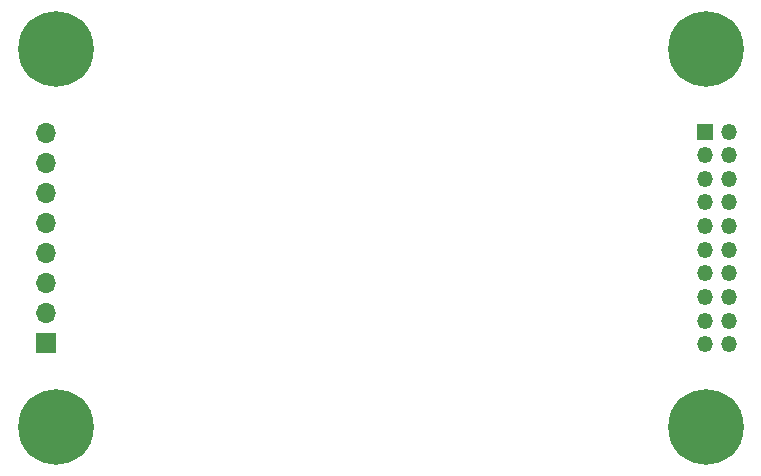
<source format=gbr>
%TF.GenerationSoftware,KiCad,Pcbnew,7.0.7*%
%TF.CreationDate,2024-01-06T16:12:51-06:00*%
%TF.ProjectId,MAR,4d41522e-6b69-4636-9164-5f7063625858,rev?*%
%TF.SameCoordinates,Original*%
%TF.FileFunction,Soldermask,Bot*%
%TF.FilePolarity,Negative*%
%FSLAX46Y46*%
G04 Gerber Fmt 4.6, Leading zero omitted, Abs format (unit mm)*
G04 Created by KiCad (PCBNEW 7.0.7) date 2024-01-06 16:12:51*
%MOMM*%
%LPD*%
G01*
G04 APERTURE LIST*
%ADD10C,6.400000*%
%ADD11R,1.700000X1.700000*%
%ADD12O,1.700000X1.700000*%
%ADD13R,1.350000X1.350000*%
%ADD14O,1.350000X1.350000*%
G04 APERTURE END LIST*
D10*
%TO.C,H3*%
X148000000Y-107600000D03*
%TD*%
%TO.C,H1*%
X93000000Y-75600000D03*
%TD*%
%TO.C,H4*%
X148000000Y-75600000D03*
%TD*%
%TO.C,H2*%
X93000000Y-107600000D03*
%TD*%
D11*
%TO.C,J2*%
X92165300Y-100475000D03*
D12*
X92165300Y-97935000D03*
X92165300Y-95395000D03*
X92165300Y-92855000D03*
X92165300Y-90315000D03*
X92165300Y-87775000D03*
X92165300Y-85235000D03*
X92165300Y-82695000D03*
%TD*%
D13*
%TO.C,J1*%
X147946900Y-82600000D03*
D14*
X149946900Y-82600000D03*
X147946900Y-84600000D03*
X149946900Y-84600000D03*
X147946900Y-86600000D03*
X149946900Y-86600000D03*
X147946900Y-88600000D03*
X149946900Y-88600000D03*
X147946900Y-90600000D03*
X149946900Y-90600000D03*
X147946900Y-92600000D03*
X149946900Y-92600000D03*
X147946900Y-94600000D03*
X149946900Y-94600000D03*
X147946900Y-96600000D03*
X149946900Y-96600000D03*
X147946900Y-98600000D03*
X149946900Y-98600000D03*
X147946900Y-100600000D03*
X149946900Y-100600000D03*
%TD*%
M02*

</source>
